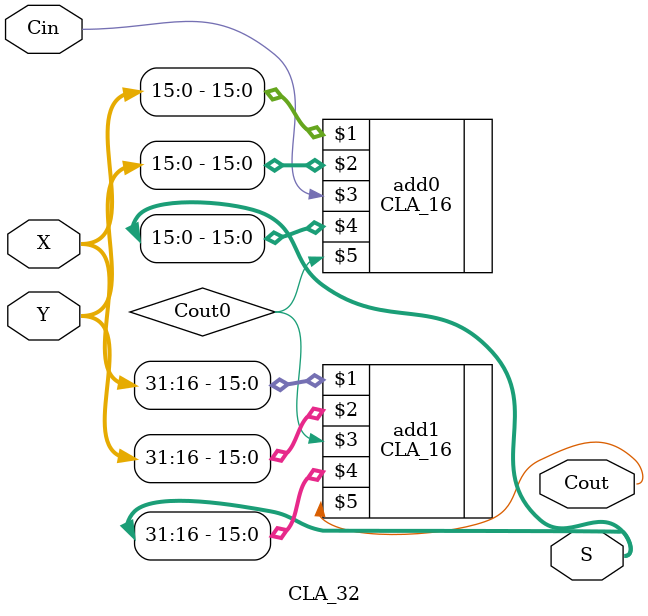
<source format=v>
`ifndef CLA_32_V
`define CLA_32_V

`include "CLA/CLA_16/CLA_16.v"
module CLA_32 (
    input [31:0]X,Y,
    input Cin,
    output [31:0] S,
    output Cout
);
    wire Cout0;
    CLA_16 add0(X[15:0],Y[15:0],Cin,S[15:0],Cout0);
    CLA_16 add1(X[31:16],Y[31:16],Cout0,S[31:16],Cout);
endmodule

`endif 



</source>
